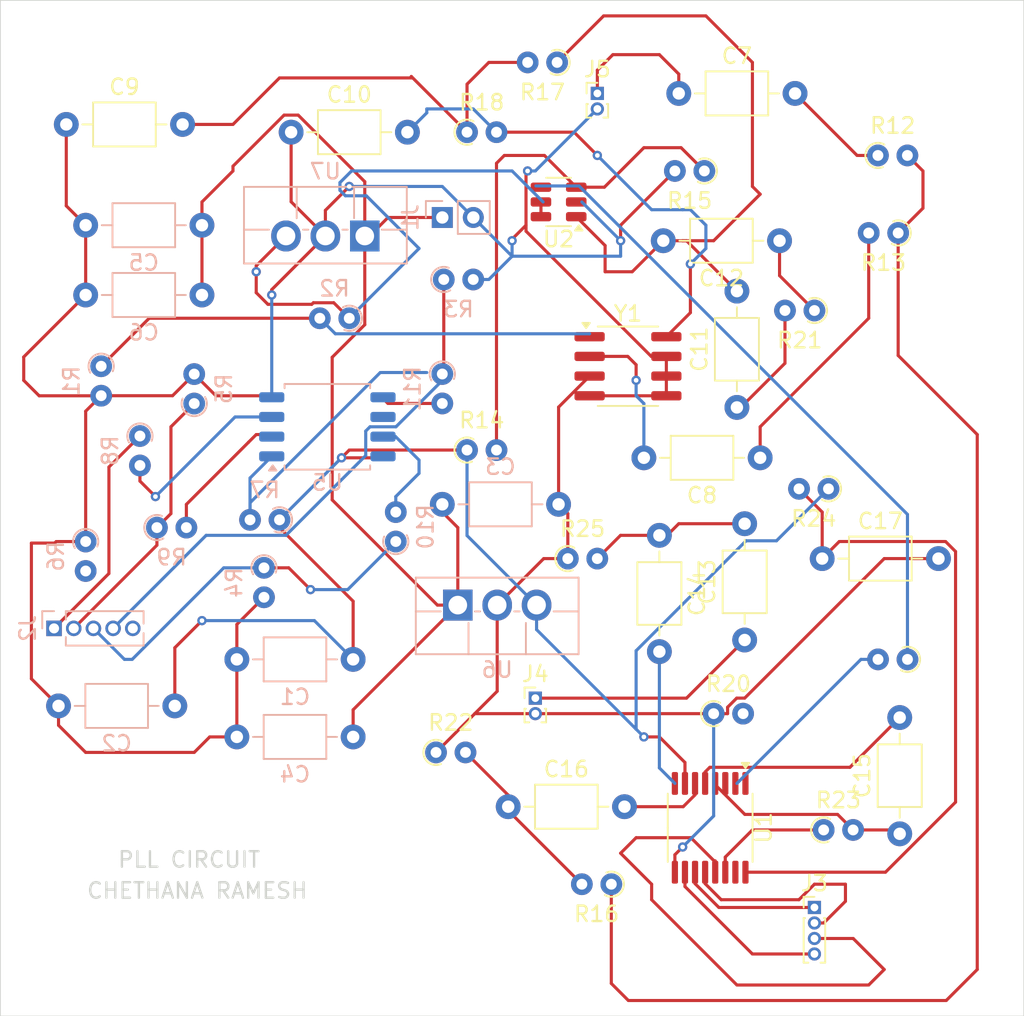
<source format=kicad_pcb>
(kicad_pcb (version 20241229) (generator "pcbnew") (generator_version "9.0")
  (layers (0 "F.Cu" signal) (2 "B.Cu" signal) (13 "F.Paste" user) (15 "B.Paste" user) (5 "F.SilkS" user "F.Silkscreen") (7 "B.SilkS" user "B.Silkscreen") (1 "F.Mask" user) (3 "B.Mask" user) (25 "Edge.Cuts" user))
  (net 0 "")
  (net 1 "GND")
  (net 2 "+5V")
  (net 3 "Net-(J1-Pin_1)")
  (net 4 "Net-(C7-Pad2)")
  (net 5 "Net-(J5-Pin_1)")
  (net 6 "Net-(C8-Pad1)")
  (net 7 "Net-(Y1-VDD)")
  (net 8 "Net-(C9-Pad2)")
  (net 9 "Net-(Y1-X2)")
  (net 10 "Net-(C11-Pad1)")
  (net 11 "Net-(C11-Pad2)")
  (net 12 "Net-(C12-Pad1)")
  (net 13 "Net-(J4-Pin_1)")
  (net 14 "Net-(C13-Pad2)")
  (net 15 "Net-(U1-REFIN)")
  (net 16 "Net-(U1-RFINB)")
  (net 17 "Net-(U1-RFINA)")
  (net 18 "Net-(C16-Pad1)")
  (net 19 "Net-(U1-DVDD)")
  (net 20 "Net-(J2-Pin_1)")
  (net 21 "Net-(J2-Pin_3)")
  (net 22 "Net-(J2-Pin_4)")
  (net 24 "Net-(J2-Pin_2)")
  (net 25 "Net-(J3-Pin_3)")
  (net 26 "Net-(J3-Pin_1)")
  (net 27 "Net-(J3-Pin_2)")
  (net 28 "Net-(J3-Pin_4)")
  (net 29 "+8V")
  (net 30 "+12V")
  (net 31 "Net-(U5-~{RESET}{slash}PB5)")
  (net 32 "Net-(U5-PB4)")
  (net 33 "Net-(U5-PB3)")
  (net 34 "Net-(U5-PB2)")
  (net 35 "Net-(U5-PB0)")
  (net 36 "Net-(R12-Pad2)")
  (net 37 "Net-(U2-+)")
  (net 38 "Net-(U1-CP)")
  (net 39 "Net-(U2--)")
  (net 40 "Net-(U1-RSET)")
  (net 41 "Net-(U1-MUXOUT)")
  (footprint "Resistor_THT:R_Axial_DIN0204_L3.6mm_D1.6mm_P1.90mm_Vertical" (layer "F.Cu") (at 135.905 74 180)
    (property "Reference" "R24")
    (property "Value" "R")
  )
  (footprint "Capacitor_THT:C_Axial_L3.8mm_D2.6mm_P7.50mm_Horizontal" (layer "F.Cu") (at 130 68.75 90)
    (property "Reference" "C11")
    (property "Value" "C")
  )
  (footprint "Resistor_THT:R_Axial_DIN0204_L3.6mm_D1.6mm_P1.90mm_Vertical" (layer "F.Cu") (at 110.595 91)
    (property "Reference" "R22")
    (property "Value" "R")
  )
  (footprint "Package_SO:SOIC-8_3.9x4.9mm_P1.27mm" (layer "F.Cu") (at 122.975 66.095)
    (property "Reference" "Y1")
    (property "Value" "NB3N511")
  )
  (footprint "Capacitor_THT:C_Axial_L3.8mm_D2.6mm_P7.50mm_Horizontal" (layer "F.Cu") (at 126.25 48.5)
    (property "Reference" "C7")
    (property "Value" "C")
  )
  (footprint "Capacitor_THT:C_Axial_L3.8mm_D2.6mm_P7.50mm_Horizontal" (layer "F.Cu") (at 86.75 50.5)
    (property "Reference" "C9")
    (property "Value" "C")
  )
  (footprint "Resistor_THT:R_Axial_DIN0204_L3.6mm_D1.6mm_P1.90mm_Vertical" (layer "F.Cu") (at 119.095 78.5)
    (property "Reference" "R25")
    (property "Value" "R")
  )
  (footprint "Resistor_THT:R_Axial_DIN0204_L3.6mm_D1.6mm_P1.90mm_Vertical" (layer "F.Cu") (at 127.9 53.5 180)
    (property "Reference" "R15")
    (property "Value" "R")
  )
  (footprint "Capacitor_THT:C_Axial_L3.8mm_D2.6mm_P7.50mm_Horizontal" (layer "F.Cu") (at 132.75 58 180)
    (property "Reference" "C12")
    (property "Value" "C")
  )
  (footprint "Resistor_THT:R_Axial_DIN0204_L3.6mm_D1.6mm_P1.90mm_Vertical" (layer "F.Cu") (at 135 62.5 180)
    (property "Reference" "R21")
    (property "Value" "R")
  )
  (footprint "Capacitor_THT:C_Axial_L3.8mm_D2.6mm_P7.50mm_Horizontal" (layer "F.Cu") (at 140.5 96.25 90)
    (property "Reference" "C15")
    (property "Value" "C")
  )
  (footprint "Capacitor_THT:C_Axial_L3.8mm_D2.6mm_P7.50mm_Horizontal" (layer "F.Cu") (at 115.25 94.5)
    (property "Reference" "C16")
    (property "Value" "C")
  )
  (footprint "Resistor_THT:R_Axial_DIN0204_L3.6mm_D1.6mm_P1.90mm_Vertical" (layer "F.Cu") (at 140.4 57.5 180)
    (property "Reference" "R13")
    (property "Value" "R")
  )
  (footprint "Capacitor_THT:C_Axial_L3.8mm_D2.6mm_P7.50mm_Horizontal" (layer "F.Cu") (at 125 77 -90)
    (property "Reference" "C14")
    (property "Value" "C")
  )
  (footprint "Connector_PinHeader_1.00mm:PinHeader_1x02_P1.00mm_Vertical" (layer "F.Cu") (at 117 87.5)
    (property "Reference" "J4")
    (property "Value" "Conn_01x02_Pin")
  )
  (footprint "Capacitor_THT:C_Axial_L3.8mm_D2.6mm_P7.50mm_Horizontal" (layer "F.Cu") (at 130.5 83.75 90)
    (property "Reference" "C13")
    (property "Value" "C")
  )
  (footprint "Package_TO_SOT_SMD:SOT-23-6" (layer "F.Cu") (at 118.5 55.5 180)
    (property "Reference" "U2")
    (property "Value" "OPA355NA" (hide yes))
  )
  (footprint "Resistor_THT:R_Axial_DIN0204_L3.6mm_D1.6mm_P1.90mm_Vertical" (layer "F.Cu") (at 139.095 52.5)
    (property "Reference" "R12")
    (property "Value" "R")
  )
  (footprint "Capacitor_THT:C_Axial_L3.8mm_D2.6mm_P7.50mm_Horizontal" (layer "F.Cu") (at 135.5 78.5)
    (property "Reference" "C17")
    (property "Value" "C")
  )
  (footprint "Resistor_THT:R_Axial_DIN0204_L3.6mm_D1.6mm_P1.90mm_Vertical" (layer "F.Cu") (at 112.595 71.5)
    (property "Reference" "R14")
    (property "Value" "R")
  )
  (footprint "Resistor_THT:R_Axial_DIN0204_L3.6mm_D1.6mm_P1.90mm_Vertical" (layer "F.Cu") (at 141 85 180)
    (property "Reference" "R19" (hide yes))
    (property "Value" "R")
  )
  (footprint "Resistor_THT:R_Axial_DIN0204_L3.6mm_D1.6mm_P1.90mm_Vertical" (layer "F.Cu") (at 135.595 96)
    (property "Reference" "R23")
    (property "Value" "R")
  )
  (footprint "Package_SO:TSSOP-16_4.4x5mm_P0.65mm" (layer "F.Cu") (at 128.275 95.8625 -90)
    (property "Reference" "U1")
    (property "Value" "ADF4002BRUZ" (hide yes))
  )
  (footprint "Capacitor_THT:C_Axial_L3.8mm_D2.6mm_P7.50mm_Horizontal" (layer "F.Cu") (at 131.5 72 180)
    (property "Reference" "C8")
    (property "Value" "C")
  )
  (footprint "Capacitor_THT:C_Axial_L3.8mm_D2.6mm_P7.50mm_Horizontal" (layer "F.Cu") (at 101.25 51)
    (property "Reference" "C10")
    (property "Value" "C")
  )
  (footprint "Resistor_THT:R_Axial_DIN0204_L3.6mm_D1.6mm_P1.90mm_Vertical" (layer "F.Cu") (at 121.9 99.5 180)
    (property "Reference" "R16")
    (property "Value" "R")
  )
  (footprint "Resistor_THT:R_Axial_DIN0204_L3.6mm_D1.6mm_P1.90mm_Vertical" (layer "F.Cu") (at 118.405 46.5 180)
    (property "Reference" "R17")
    (property "Value" "R")
  )
  (footprint "Connector_PinHeader_1.00mm:PinHeader_1x02_P1.00mm_Vertical" (layer "F.Cu") (at 121 48.5)
    (property "Reference" "J5")
    (property "Value" "Conn_01x02_Pin" (hide yes))
  )
  (footprint "Resistor_THT:R_Axial_DIN0204_L3.6mm_D1.6mm_P1.90mm_Vertical" (layer "F.Cu") (at 128.5 88.5)
    (property "Reference" "R20")
    (property "Value" "R")
  )
  (footprint "Resistor_THT:R_Axial_DIN0204_L3.6mm_D1.6mm_P1.90mm_Vertical" (layer "F.Cu") (at 112.595 51)
    (property "Reference" "R18")
    (property "Value" "R")
  )
  (footprint "Connector_PinHeader_1.00mm:PinHeader_1x04_P1.00mm_Vertical" (layer "F.Cu") (at 135 101)
    (property "Reference" "J3")
    (property "Value" "Conn_01x04_Pin" (hide yes))
  )
  (footprint "Capacitor_THT:C_Axial_L3.8mm_D2.6mm_P7.50mm_Horizontal" (layer "B.Cu") (at 88 57)
    (property "Reference" "C5")
    (property "Value" "C")
  )
  (footprint "Resistor_THT:R_Axial_DIN0204_L3.6mm_D1.6mm_P1.90mm_Vertical" (layer "B.Cu") (at 95 68.5 90)
    (property "Reference" "R5")
    (property "Value" "R")
  )
  (footprint "Resistor_THT:R_Axial_DIN0204_L3.6mm_D1.6mm_P1.90mm_Vertical" (layer "B.Cu") (at 100.5 76 180)
    (property "Reference" "R7")
    (property "Value" "R")
  )
  (footprint "Capacitor_THT:C_Axial_L3.8mm_D2.6mm_P7.50mm_Horizontal" (layer "B.Cu") (at 86.25 88)
    (property "Reference" "C2")
    (property "Value" "C")
  )
  (footprint "Capacitor_THT:C_Axial_L3.8mm_D2.6mm_P7.50mm_Horizontal" (layer "B.Cu") (at 97.75 85)
    (property "Reference" "C1")
    (property "Value" "C")
  )
  (footprint "Connector_PinHeader_1.27mm:PinHeader_1x05_P1.27mm_Vertical" (layer "B.Cu") (at 85.96 83 -90)
    (property "Reference" "J2")
    (property "Value" "Conn_01x05_Pin")
  )
  (footprint "Resistor_THT:R_Axial_DIN0204_L3.6mm_D1.6mm_P1.90mm_Vertical" (layer "B.Cu") (at 89 66.095 -90)
    (property "Reference" "R1")
    (property "Value" "R")
  )
  (footprint "Resistor_THT:R_Axial_DIN0204_L3.6mm_D1.6mm_P1.90mm_Vertical" (layer "B.Cu") (at 88 77.4 -90)
    (property "Reference" "R6")
    (property "Value" "R")
  )
  (footprint "Resistor_THT:R_Axial_DIN0204_L3.6mm_D1.6mm_P1.90mm_Vertical" (layer "B.Cu") (at 108 77.4 90)
    (property "Reference" "R10")
    (property "Value" "R")
  )
  (footprint "Package_SO:SOIC-8_5.3x5.3mm_P1.27mm" (layer "B.Cu") (at 103.5875 70)
    (property "Reference" "U5")
    (property "Value" "ATtiny13A-S")
  )
  (footprint "Resistor_THT:R_Axial_DIN0204_L3.6mm_D1.6mm_P1.90mm_Vertical" (layer "B.Cu") (at 111 66.595 -90)
    (property "Reference" "R11")
    (property "Value" "R")
  )
  (footprint "Capacitor_THT:C_Axial_L3.8mm_D2.6mm_P7.50mm_Horizontal" (layer "B.Cu") (at 88 61.5)
    (property "Reference" "C6")
    (property "Value" "C")
  )
  (footprint "Connector_PinHeader_2.00mm:PinHeader_1x02_P2.00mm_Vertical" (layer "B.Cu") (at 111 56.5 -90)
    (property "Reference" "J1")
    (property "Value" "Conn_01x02_Pin" (hide yes))
  )
  (footprint "Resistor_THT:R_Axial_DIN0204_L3.6mm_D1.6mm_P1.90mm_Vertical" (layer "B.Cu") (at 105 63 180)
    (property "Reference" "R2")
    (property "Value" "R")
  )
  (footprint "Resistor_THT:R_Axial_DIN0204_L3.6mm_D1.6mm_P1.90mm_Vertical" (layer "B.Cu") (at 111.095 60.5)
    (property "Reference" "R3")
    (property "Value" "R")
  )
  (footprint "Capacitor_THT:C_Axial_L3.8mm_D2.6mm_P7.50mm_Horizontal" (layer "B.Cu") (at 97.75 90)
    (property "Reference" "C4")
    (property "Value" "C")
  )
  (footprint "Capacitor_THT:C_Axial_L3.8mm_D2.6mm_P7.50mm_Horizontal" (layer "B.Cu") (at 118.5 75 180)
    (property "Reference" "C3")
    (property "Value" "C")
  )
  (footprint "Package_TO_SOT_THT:TO-220F-3_Vertical" (layer "B.Cu") (at 112 81.5)
    (property "Reference" "U6")
    (property "Value" "L7805" (hide yes))
  )
  (footprint "Package_TO_SOT_THT:TO-220F-3_Vertical" (layer "B.Cu") (at 106 57.695 180)
    (property "Reference" "U7")
    (property "Value" "L7812")
  )
  (footprint "Resistor_THT:R_Axial_DIN0204_L3.6mm_D1.6mm_P1.90mm_Vertical" (layer "B.Cu") (at 91.5 70.595 -90)
    (property "Reference" "R8")
    (property "Value" "R")
  )
  (footprint "Resistor_THT:R_Axial_DIN0204_L3.6mm_D1.6mm_P1.90mm_Vertical" (layer "B.Cu") (at 99.5 79.095 -90)
    (property "Reference" "R4")
    (property "Value" "R")
  )
  (footprint "Resistor_THT:R_Axial_DIN0204_L3.6mm_D1.6mm_P1.90mm_Vertical" (layer "B.Cu") (at 92.595 76.5)
    (property "Reference" "R9")
    (property "Value" "R")
  )
  (gr_rect (start 82.5 42.5) (end 148.5 108) (stroke (width 0.05)) (fill no) (layer "Edge.Cuts"))
  (gr_text "CHETHANA RAMESH" (at 88 100.5 0) (layer "Edge.Cuts") (effects (font (size 1 1)) (justify left bottom)))
  (gr_text "PLL CIRCUIT" (at 90 98.5 0) (layer "Edge.Cuts") (effects (font (size 1 1)) (justify left bottom)))
  (segment (start 129.399 88.5) (end 129.399 88.085372) (width 0.2) (layer "F.Cu") (net 1))
  (segment (start 97.75 85) (end 97.75 82.745) (width 0.2) (layer "F.Cu") (net 1))
  (segment (start 124.475001 65.46) (end 125.45 65.46) (width 0.2) (layer "F.Cu") (net 1))
  (segment (start 116.399 57) (end 116.399 57.383999) (width 0.2) (layer "F.Cu") (net 1))
  (segment (start 129.399 88.085372) (end 129.985372 87.499) (width 0.2) (layer "F.Cu") (net 1))
  (segment (start 137.495 96) (end 140.25 96) (width 0.2) (layer "F.Cu") (net 1))
  (segment (start 89 67.995) (end 88 68.995) (width 0.2) (layer "F.Cu") (net 1))
  (segment (start 84.5 86.25) (end 84.5 77.5) (width 0.2) (layer "F.Cu") (net 1))
  (segment (start 86.75 50.5) (end 86.75 55.75) (width 0.2) (layer "F.Cu") (net 1))
  (segment (start 88 91) (end 95 91) (width 0.2) (layer "F.Cu") (net 1))
  (segment (start 114.54 81.5) (end 117.54 78.5) (width 0.2) (layer "F.Cu") (net 1))
  (segment (start 125.45 65.46) (end 125.45 68) (width 0.2) (layer "F.Cu") (net 1))
  (segment (start 95 66.6) (end 96.4 68) (width 0.2) (layer "F.Cu") (net 1))
  (segment (start 93.605 67.995) (end 95 66.6) (width 0.2) (layer "F.Cu") (net 1))
  (segment (start 89 67.995) (end 93.605 67.995) (width 0.2) (layer "F.Cu") (net 1))
  (segment (start 114.54 87.055) (end 113.095 88.5) (width 0.2) (layer "F.Cu") (net 1))
  (segment (start 115.5 57.899) (end 116.399 57) (width 0.2) (layer "F.Cu") (net 1))
  (segment (start 95 91) (end 96 90) (width 0.2) (layer "F.Cu") (net 1))
  (segment (start 126 97.6) (end 126.5 97.1) (width 0.2) (layer "F.Cu") (net 1))
  (segment (start 86.1 77.4) (end 88 77.4) (width 0.2) (layer "F.Cu") (net 1))
  (segment (start 137.495 96) (end 136.494 94.999) (width 0.2) (layer "F.Cu") (net 1))
  (segment (start 118.5 75) (end 118.5 68.73) (width 0.2) (layer "F.Cu") (net 1))
  (segment (start 128.5 88.5) (end 129.399 88.5) (width 0.2) (layer "F.Cu") (net 1))
  (segment (start 119.095 78.5) (end 119.095 75.595) (width 0.2) (layer "F.Cu") (net 1))
  (segment (start 117.54 78.5) (end 119.095 78.5) (width 0.2) (layer "F.Cu") (net 1))
  (segment (start 117 88.5) (end 128.5 88.5) (width 0.2) (layer "F.Cu") (net 1))
  (segment (start 86.25 89.25) (end 88 91) (width 0.2) (layer "F.Cu") (net 1))
  (segment (start 97.75 85) (end 97.75 90) (width 0.2) (layer "F.Cu") (net 1))
  (segment (start 86.25 88) (end 86.25 89.25) (width 0.2) (layer "F.Cu") (net 1))
  (segment (start 116.399 57.383999) (end 124.475001 65.46) (width 0.2) (layer "F.Cu") (net 1))
  (segment (start 100 61.155) (end 100 61.5) (width 0.2) (layer "F.Cu") (net 1))
  (segment (start 130.511501 94.999) (end 128.6 93.087499) (width 0.2) (layer "F.Cu") (net 1))
  (segment (start 115.5 58) (end 115.5 57.899) (width 0.2) (layer "F.Cu") (net 1))
  (segment (start 103.46 57.695) (end 103.46 56.04) (width 0.2) (layer "F.Cu") (net 1))
  (segment (start 101.25 51) (end 101.25 55.485) (width 0.2) (layer "F.Cu") (net 1))
  (segment (start 128.6 93.087499) (end 128.6 93) (width 0.2) (layer "F.Cu") (net 1))
  (segment (start 118.5 68.73) (end 120.5 66.73) (width 0.2) (layer "F.Cu") (net 1))
  (segment (start 84.005 65.505) (end 84.005 67.005) (width 0.2) (layer "F.Cu") (net 1))
  (segment (start 88 68.995) (end 88 77.4) (width 0.2) (layer "F.Cu") (net 1))
  (segment (start 120.5 68) (end 125.45 68) (width 0.2) (layer "F.Cu") (net 1))
  (segment (start 116.399 53.601) (end 116.399 57) (width 0.2) (layer "F.Cu") (net 1))
  (segment (start 96.4 68) (end 100 68) (width 0.2) (layer "F.Cu") (net 1))
  (segment (start 110.595 91) (end 113.095 88.5) (width 0.2) (layer "F.Cu") (net 1))
  (segment (start 86.25 88) (end 84.5 86.25) (width 0.2) (layer "F.Cu") (net 1))
  (segment (start 114.54 81.5) (end 114.54 87.055) (width 0.2) (layer "F.Cu") (net 1))
  (segment (start 126 98.725) (end 126 97.6) (width 0.2) (layer "F.Cu") (net 1))
  (segment (start 88 57) (end 88 61.5) (width 0.2) (layer "F.Cu") (net 1))
  (segment (start 97.75 82.745) (end 99.5 80.995) (width 0.2) (layer "F.Cu") (net 1))
  (segment (start 113.095 88.5) (end 117 88.5) (width 0.2) (layer "F.Cu") (net 1))
  (segment (start 139.5 78.5) (end 143 78.5) (width 0.2) (layer "F.Cu") (net 1))
  (segment (start 126 53.5) (end 122.5 57) (width 0.2) (layer "F.Cu") (net 1))
  (segment (start 101.25 55.485) (end 103.46 57.695) (width 0.2) (layer "F.Cu") (net 1))
  (segment (start 130.501 87.499) (end 139.5 78.5) (width 0.2) (layer "F.Cu") (net 1))
  (segment (start 140.25 96) (end 140.5 96.25) (width 0.2) (layer "F.Cu") (net 1))
  (segment (start 96 90) (end 97.75 90) (width 0.2) (layer "F.Cu") (net 1))
  (segment (start 116.5 53.5) (end 116.399 53.601) (width 0.2) (layer "F.Cu") (net 1))
  (segment (start 119.095 75.595) (end 118.5 75) (width 0.2) (layer "F.Cu") (net 1))
  (segment (start 136.494 94.999) (end 130.511501 94.999) (width 0.2) (layer "F.Cu") (net 1))
  (segment (start 84.5 77.5) (end 86 77.5) (width 0.2) (layer "F.Cu") (net 1))
  (segment (start 85 68) (end 89.005 68) (width 0.2) (layer "F.Cu") (net 1))
  (segment (start 88 61.5) (end 84 65.5) (width 0.2) (layer "F.Cu") (net 1))
  (segment (start 84.005 67.005) (end 85 68) (width 0.2) (layer "F.Cu") (net 1))
  (segment (start 86 77.5) (end 86.1 77.4) (width 0.2) (layer "F.Cu") (net 1))
  (segment (start 103.46 57.695) (end 100 61.155) (width 0.2) (layer "F.Cu") (net 1))
  (segment (start 86.75 55.75) (end 88 57) (width 0.2) (layer "F.Cu") (net 1))
  (segment (start 103.46 56.04) (end 105 54.5) (width 0.2) (layer "F.Cu") (net 1))
  (segment (start 122.5 57) (end 122.5 58) (width 0.2) (layer "F.Cu") (net 1))
  (segment (start 129.985372 87.499) (end 130.501 87.499) (width 0.2) (layer "F.Cu") (net 1))
  (via (at 122.5 58) (size 0.6) (drill 0.3) (layers "F.Cu" "B.Cu") (net 1))
  (via (at 100 61.5) (size 0.6) (drill 0.3) (layers "F.Cu" "B.Cu") (net 1))
  (via (at 116.5 53.5) (size 0.6) (drill 0.3) (layers "F.Cu" "B.Cu") (net 1))
  (via (at 126.5 97.1) (size 0.6) (drill 0.3) (layers "F.Cu" "B.Cu") (net 1))
  (via (at 105 54.5) (size 0.6) (drill 0.3) (layers "F.Cu" "B.Cu") (net 1))
  (via (at 115.5 58) (size 0.6) (drill 0.3) (layers "F.Cu" "B.Cu") (net 1))
  (segment (start 112.995 60.5) (end 114 60.5) (width 0.2) (layer "B.Cu") (net 1))
  (segment (start 121 49.5) (end 117 53.5) (width 0.2) (layer "B.Cu") (net 1))
  (segment (start 113 56.5) (end 115.5 59) (width 0.2) (layer "B.Cu") (net 1))
  (segment (start 100 61.5) (end 100 68.095) (width 0.2) (layer "B.Cu") (net 1))
  (segment (start 105 54.5) (end 111 54.5) (width 0.2) (layer "B.Cu") (net 1))
  (segment (start 117 53.5) (end 116.5 53.5) (width 0.2) (layer "B.Cu") (net 1))
  (segment (start 115.5 59) (end 122.5 59) (width 0.2) (layer "B.Cu") (net 1))
  (segment (start 111 54.5) (end 113 56.5) (width 0.2) (layer "B.Cu") (net 1))
  (segment (start 114 60.5) (end 115.5 59) (width 0.2) (layer "B.Cu") (net 1))
  (segment (start 128.5 95.1) (end 128.5 88.5) (width 0.2) (layer "B.Cu") (net 1))
  (segment (start 115.5 59) (end 115.5 58) (width 0.2) (layer "B.Cu") (net 1))
  (segment (start 122.5 59) (end 122.5 58) (width 0.2) (layer "B.Cu") (net 1))
  (segment (start 122.5 58) (end 120 55.5) (width 0.2) (layer "B.Cu") (net 1))
  (segment (start 126.5 97.1) (end 128.5 95.1) (width 0.2) (layer "B.Cu") (net 1))
  (segment (start 126.65 91.65) (end 126.65 93) (width 0.2) (layer "F.Cu") (net 2))
  (segment (start 124 90) (end 125 90) (width 0.2) (layer "F.Cu") (net 2))
  (segment (start 100.5 76.5) (end 105.25 81.25) (width 0.2) (layer "F.Cu") (net 2))
  (segment (start 93.75 84.25) (end 95.5 82.5) (width 0.2) (layer "F.Cu") (net 2))
  (segment (start 105.25 81.25) (end 105.25 85) (width 0.2) (layer "F.Cu") (net 2))
  (segment (start 104.5 72) (end 107.5 72) (width 0.2) (layer "F.Cu") (net 2))
  (segment (start 93.75 88) (end 93.75 84.25) (width 0.2) (layer "F.Cu") (net 2))
  (segment (start 107.5 72) (end 107 72) (width 0.2) (layer "F.Cu") (net 2))
  (segment (start 125 90) (end 126.65 91.65) (width 0.2) (layer "F.Cu") (net 2))
  (segment (start 100.5 76) (end 100.5 76.5) (width 0.2) (layer "F.Cu") (net 2))
  (segment (start 104.5 72) (end 105 71.5) (width 0.2) (layer "F.Cu") (net 2))
  (segment (start 105 71.5) (end 112.595 71.5) (width 0.2) (layer "F.Cu") (net 2))
  (via (at 124 90) (size 0.6) (drill 0.3) (layers "F.Cu" "B.Cu") (net 2))
  (via (at 104.5 72) (size 0.6) (drill 0.3) (layers "F.Cu" "B.Cu") (net 2))
  (via (at 95.5 82.5) (size 0.6) (drill 0.3) (layers "F.Cu" "B.Cu") (net 2))
  (segment (start 123.5 89.5) (end 123.5 84.44295) (width 0.2) (layer "B.Cu") (net 2))
  (segment (start 130.59195 77.351) (end 132.554 77.351) (width 0.2) (layer "B.Cu") (net 2))
  (segment (start 112.595 77.015) (end 117.08 81.5) (width 0.2) (layer "B.Cu") (net 2))
  (segment (start 132.554 77.351) (end 135.905 74) (width 0.2) (layer "B.Cu") (net 2))
  (segment (start 123.5 84.44295) (end 130.59195 77.351) (width 0.2) (layer "B.Cu") (net 2))
  (segment (start 100.5 76) (end 104.5 72) (width 0.2) (layer "B.Cu") (net 2))
  (segment (start 117.08 83.08) (end 123.5 89.5) (width 0.2) (layer "B.Cu") (net 2))
  (segment (start 112.595 71.5) (end 112.595 77.015) (width 0.2) (layer "B.Cu") (net 2))
  (segment (start 102.75 82.5) (end 105.25 85) (width 0.2) (layer "B.Cu") (net 2))
  (segment (start 123.5 89.5) (end 124 90) (width 0.2) (layer "B.Cu") (net 2))
  (segment (start 95.5 82.5) (end 102.75 82.5) (width 0.2) (layer "B.Cu") (net 2))
  (segment (start 117.08 81.5) (end 117.08 83.08) (width 0.2) (layer "B.Cu") (net 2))
  (segment (start 110.684372 81.5) (end 112 81.5) (width 0.2) (layer "F.Cu") (net 3))
  (segment (start 107.5 56.5) (end 111 56.5) (width 0.2) (layer "F.Cu") (net 3))
  (segment (start 106 57.695) (end 106 63.415628) (width 0.2) (layer "F.Cu") (net 3))
  (segment (start 95.5 57) (end 95.5 61.5) (width 0.2) (layer "F.Cu") (net 3))
  (segment (start 100.79395 49.899) (end 101.70605 49.899) (width 0.2) (layer "F.Cu") (net 3))
  (segment (start 95.5 55.5) (end 97.5 53.5) (width 0.2) (layer "F.Cu") (net 3))
  (segment (start 112 76.5) (end 112 81.5) (width 0.2) (layer "F.Cu") (net 3))
  (segment (start 111 75.5) (end 112 76.5) (width 0.2) (layer "F.Cu") (net 3))
  (segment (start 106 63.415628) (end 103.899 65.516628) (width 0.2) (layer "F.Cu") (net 3))
  (segment (start 101.70605 49.899) (end 106 54.19295) (width 0.2) (layer "F.Cu") (net 3))
  (segment (start 97.5 53.19295) (end 100.79395 49.899) (width 0.2) (layer "F.Cu") (net 3))
  (segment (start 106.305 57.695) (end 107.5 56.5) (width 0.2) (layer "F.Cu") (net 3))
  (segment (start 105.25 90) (end 105.25 88.25) (width 0.2) (layer "F.Cu") (net 3))
  (segment (start 103.899 74.714628) (end 110.684372 81.5) (width 0.2) (layer "F.Cu") (net 3))
  (segment (start 111 75) (end 111 75.5) (width 0.2) (layer "F.Cu") (net 3))
  (segment (start 106 54.19295) (end 106 57.695) (width 0.2) (layer "F.Cu") (net 3))
  (segment (start 105.25 88.25) (end 112 81.5) (width 0.2) (layer "F.Cu") (net 3))
  (segment (start 95.5 57) (end 95.5 55.5) (width 0.2) (layer "F.Cu") (net 3))
  (segment (start 103.899 65.516628) (end 103.899 74.714628) (width 0.2) (layer "F.Cu") (net 3))
  (segment (start 97.5 53.5) (end 97.5 53.19295) (width 0.2) (layer "F.Cu") (net 3))
  (segment (start 106 57.695) (end 106.305 57.695) (width 0.2) (layer "F.Cu") (net 3))
  (segment (start 137.75 52.5) (end 133.75 48.5) (width 0.2) (layer "F.Cu") (net 4))
  (segment (start 139.095 52.5) (end 137.75 52.5) (width 0.2) (layer "F.Cu") (net 4))
  (segment (start 121 47) (end 122 46) (width 0.2) (layer "F.Cu") (net 5))
  (segment (start 126.25 47.25) (end 126.25 48.5) (width 0.2) (layer "F.Cu") (net 5))
  (segment (start 121 48.5) (end 121 47) (width 0.2) (layer "F.Cu") (net 5))
  (segment (start 125 46) (end 126.25 47.25) (width 0.2) (layer "F.Cu") (net 5))
  (segment (start 122 46) (end 125 46) (width 0.2) (layer "F.Cu") (net 5))
  (segment (start 131.5 70) (end 138.5 63) (width 0.2) (layer "F.Cu") (net 6))
  (segment (start 131.5 72) (end 131.5 70) (width 0.2) (layer "F.Cu") (net 6))
  (segment (start 138.5 63) (end 138.5 57.5) (width 0.2) (layer "F.Cu") (net 6))
  (segment (start 123.5 66) (end 123.5 67) (width 0.2) (layer "F.Cu") (net 7))
  (segment (start 120.5 65.46) (end 122.96 65.46) (width 0.2) (layer "F.Cu") (net 7))
  (segment (start 123 65.5) (end 123.5 66) (width 0.2) (layer "F.Cu") (net 7))
  (segment (start 122.96 65.46) (end 123 65.5) (width 0.2) (layer "F.Cu") (net 7))
  (via (at 123.5 67) (size 0.6) (drill 0.3) (layers "F.Cu" "B.Cu") (net 7))
  (segment (start 123.5 67) (end 123.5 68) (width 0.2) (layer "B.Cu") (net 7))
  (segment (start 124 68.5) (end 124 72) (width 0.2) (layer "B.Cu") (net 7))
  (segment (start 123.5 68) (end 124 68.5) (width 0.2) (layer "B.Cu") (net 7))
  (segment (start 112.595 51) (end 112.595 47.905) (width 0.2) (layer "F.Cu") (net 8))
  (segment (start 97.5 50.5) (end 100.5 47.5) (width 0.2) (layer "F.Cu") (net 8))
  (segment (start 100.5 47.5) (end 109 47.5) (width 0.2) (layer "F.Cu") (net 8))
  (segment (start 109 47.405) (end 112.595 51) (width 0.2) (layer "F.Cu") (net 8))
  (segment (start 94.25 50.5) (end 97.5 50.5) (width 0.2) (layer "F.Cu") (net 8))
  (segment (start 114 46.5) (end 116.505 46.5) (width 0.2) (layer "F.Cu") (net 8))
  (segment (start 112.595 47.905) (end 114 46.5) (width 0.2) (layer "F.Cu") (net 8))
  (segment (start 109 47.5) (end 109 47.405) (width 0.2) (layer "F.Cu") (net 8))
  (segment (start 127 59.5) (end 127 62.64) (width 0.2) (layer "F.Cu") (net 9))
  (segment (start 119.5 51) (end 121 52.5) (width 0.2) (layer "F.Cu") (net 9))
  (segment (start 114.495 51) (end 119.5 51) (width 0.2) (layer "F.Cu") (net 9))
  (segment (start 127 62.64) (end 125.45 64.19) (width 0.2) (layer "F.Cu") (net 9))
  (via (at 121 52.5) (size 0.6) (drill 0.3) (layers "F.Cu" "B.Cu") (net 9))
  (via (at 127 59.5) (size 0.6) (drill 0.3) (layers "F.Cu" "B.Cu") (net 9))
  (segment (start 112.995 49.5) (end 114.495 51) (width 0.2) (layer "B.Cu") (net 9))
  (segment (start 126.5 56) (end 127 56) (width 0.2) (layer "B.Cu") (net 9))
  (segment (start 110 49.75) (end 110 49.5) (width 0.2) (layer "B.Cu") (net 9))
  (segment (start 127 56) (end 128 57) (width 0.2) (layer "B.Cu") (net 9))
  (segment (start 108.75 51) (end 110 49.75) (width 0.2) (layer "B.Cu") (net 9))
  (segment (start 124.5 56) (end 126.5 56) (width 0.2) (layer "B.Cu") (net 9))
  (segment (start 121 52.5) (end 124.5 56) (width 0.2) (layer "B.Cu") (net 9))
  (segment (start 128 58.5) (end 127 59.5) (width 0.2) (layer "B.Cu") (net 9))
  (segment (start 128 57) (end 128 58.5) (width 0.2) (layer "B.Cu") (net 9))
  (segment (start 110 49.5) (end 112.995 49.5) (width 0.2) (layer "B.Cu") (net 9))
  (segment (start 130.25 68.75) (end 133.1 65.9) (width 0.2) (layer "F.Cu") (net 10))
  (segment (start 130 68.75) (end 130.25 68.75) (width 0.2) (layer "F.Cu") (net 10))
  (segment (start 133.1 65.9) (end 133.1 62.5) (width 0.2) (layer "F.Cu") (net 10))
  (segment (start 131.5 55) (end 128.5 58) (width 0.2) (layer "F.Cu") (net 11))
  (segment (start 118.405 46.5) (end 121.405 43.5) (width 0.2) (layer "F.Cu") (net 11))
  (segment (start 121.5 58.3125) (end 119.6375 56.45) (width 0.2) (layer "F.Cu") (net 11))
  (segment (start 126.5 58) (end 126.75 58) (width 0.2) (layer "F.Cu") (net 11))
  (segment (start 125.25 58) (end 126.5 58) (width 0.2) (layer "F.Cu") (net 11))
  (segment (start 121.405 43.5) (end 128 43.5) (width 0.2) (layer "F.Cu") (net 11))
  (segment (start 131 46.5) (end 131 54.5) (width 0.2) (layer "F.Cu") (net 11))
  (segment (start 128.5 58) (end 126.5 58) (width 0.2) (layer "F.Cu") (net 11))
  (segment (start 128 43.5) (end 131 46.5) (width 0.2) (layer "F.Cu") (net 11))
  (segment (start 131 54.5) (end 131.5 55) (width 0.2) (layer "F.Cu") (net 11))
  (segment (start 121.5 60) (end 121.5 58.3125) (width 0.2) (layer "F.Cu") (net 11))
  (segment (start 126.75 58) (end 130 61.25) (width 0.2) (layer "F.Cu") (net 11))
  (segment (start 125.25 58) (end 123.25 60) (width 0.2) (layer "F.Cu") (net 11))
  (segment (start 123.25 60) (end 121.5 60) (width 0.2) (layer "F.Cu") (net 11))
  (segment (start 132.75 60.25) (end 135 62.5) (width 0.2) (layer "F.Cu") (net 12))
  (segment (start 132.75 58) (end 132.75 60.25) (width 0.2) (layer "F.Cu") (net 12))
  (segment (start 126.75 87.5) (end 130.5 83.75) (width 0.2) (layer "F.Cu") (net 13))
  (segment (start 117 87.5) (end 126.75 87.5) (width 0.2) (layer "F.Cu") (net 13))
  (segment (start 125.5 77) (end 126.25 76.25) (width 0.2) (layer "F.Cu") (net 14))
  (segment (start 122.495 77) (end 125 77) (width 0.2) (layer "F.Cu") (net 14))
  (segment (start 126.25 76.25) (end 130.5 76.25) (width 0.2) (layer "F.Cu") (net 14))
  (segment (start 120.995 78.5) (end 122.495 77) (width 0.2) (layer "F.Cu") (net 14))
  (segment (start 125 77) (end 125.5 77) (width 0.2) (layer "F.Cu") (net 14))
  (segment (start 125 92) (end 126 93) (width 0.2) (layer "B.Cu") (net 15))
  (segment (start 125 84.5) (end 125 92) (width 0.2) (layer "B.Cu") (net 15))
  (segment (start 140.5 88.75) (end 137.2885 91.9615) (width 0.2) (layer "F.Cu") (net 16))
  (segment (start 128.251001 91.9615) (end 127.95 92.262501) (width 0.2) (layer "F.Cu") (net 16))
  (segment (start 137.2885 91.9615) (end 128.251001 91.9615) (width 0.2) (layer "F.Cu") (net 16))
  (segment (start 127.95 92.262501) (end 127.95 93) (width 0.2) (layer "F.Cu") (net 16))
  (segment (start 127.3 93.737499) (end 127.3 93) (width 0.2) (layer "F.Cu") (net 17))
  (segment (start 122.75 94.5) (end 126.537499 94.5) (width 0.2) (layer "F.Cu") (net 17))
  (segment (start 126.537499 94.5) (end 127.3 93.737499) (width 0.2) (layer "F.Cu") (net 17))
  (segment (start 115.25 93.755) (end 115.25 94.5) (width 0.2) (layer "F.Cu") (net 18))
  (segment (start 115.25 94.75) (end 115.25 94.5) (width 0.2) (layer "F.Cu") (net 18))
  (segment (start 120 99.5) (end 115.25 94.75) (width 0.2) (layer "F.Cu") (net 18))
  (segment (start 112.495 91) (end 115.25 93.755) (width 0.2) (layer "F.Cu") (net 18))
  (segment (start 134.005 74) (end 134.005 74.005) (width 0.2) (layer "F.Cu") (net 19))
  (segment (start 144.101 78.04395) (end 143.45605 77.399) (width 0.2) (layer "F.Cu") (net 19))
  (segment (start 134.005 74.005) (end 135.5 75.5) (width 0.2) (layer "F.Cu") (net 19))
  (segment (start 135.5 75.5) (end 135.5 78.5) (width 0.2) (layer "F.Cu") (net 19))
  (segment (start 144.101 94.20605) (end 144.101 78.04395) (width 0.2) (layer "F.Cu") (net 19))
  (segment (start 130.55 98.725) (end 139.58205 98.725) (width 0.2) (layer "F.Cu") (net 19))
  (segment (start 139.58205 98.725) (end 144.101 94.20605) (width 0.2) (layer "F.Cu") (net 19))
  (segment (start 136.601 77.399) (end 135.5 78.5) (width 0.2) (layer "F.Cu") (net 19))
  (segment (start 143.45605 77.399) (end 136.601 77.399) (width 0.2) (layer "F.Cu") (net 19))
  (segment (start 91.5 70.595) (end 89.5 72.595) (width 0.2) (layer "F.Cu") (net 20))
  (segment (start 89.5 79.46) (end 85.96 83) (width 0.2) (layer "F.Cu") (net 20))
  (segment (start 89.5 72.595) (end 89.5 79.46) (width 0.2) (layer "F.Cu") (net 20))
  (segment (start 99.5 79.095) (end 101.095 79.095) (width 0.2) (layer "F.Cu") (net 21))
  (segment (start 101.095 79.095) (end 102.5 80.5) (width 0.2) (layer "F.Cu") (net 21))
  (via (at 102.5 80.5) (size 0.6) (drill 0.3) (layers "F.Cu" "B.Cu") (net 21))
  (segment (start 99.5 79.095) (end 96.905 79.095) (width 0.2) (layer "B.Cu") (net 21))
  (segment (start 104.9 80.5) (end 108 77.4) (width 0.2) (layer "B.Cu") (net 21))
  (segment (start 96.905 79.095) (end 91 85) (width 0.2) (layer "B.Cu") (net 21))
  (segment (start 91 85) (end 90.5 85) (width 0.2) (layer "B.Cu") (net 21))
  (segment (start 90.5 85) (end 88.5 83) (width 0.2) (layer "B.Cu") (net 21))
  (segment (start 102.5 80.5) (end 104.9 80.5) (width 0.2) (layer "B.Cu") (net 21))
  (segment (start 111.095 66.5) (end 111 66.595) (width 0.2) (layer "F.Cu") (net 22))
  (segment (start 111.095 60.5) (end 111.095 66.5) (width 0.2) (layer "F.Cu") (net 22))
  (segment (start 100.914628 77.001) (end 106.0615 71.854128) (width 0.2) (layer "B.Cu") (net 22))
  (segment (start 106.33751 70) (end 108.01249 70) (width 0.2) (layer "B.Cu") (net 22))
  (segment (start 95.769 77.001) (end 100.914628 77.001) (width 0.2) (layer "B.Cu") (net 22))
  (segment (start 111 67.01249) (end 111 66.595) (width 0.2) (layer "B.Cu") (net 22))
  (segment (start 108.01249 70) (end 111 67.01249) (width 0.2) (layer "B.Cu") (net 22))
  (segment (start 106.0615 71.854128) (end 106.0615 70.27601) (width 0.2) (layer "B.Cu") (net 22))
  (segment (start 89.77 83) (end 95.769 77.001) (width 0.2) (layer "B.Cu") (net 22))
  (segment (start 106.0615 70.27601) (end 106.33751 70) (width 0.2) (layer "B.Cu") (net 22))
  (segment (start 92.595 77.635) (end 87.23 83) (width 0.2) (layer "F.Cu") (net 24))
  (segment (start 92.595 76.5) (end 92.595 77.635) (width 0.2) (layer "F.Cu") (net 24))
  (segment (start 93.5 70) (end 95 68.5) (width 0.2) (layer "F.Cu") (net 24))
  (segment (start 93.5 75.595) (end 93.5 70) (width 0.2) (layer "F.Cu") (net 24))
  (segment (start 92.595 76.5) (end 93.5 75.595) (width 0.2) (layer "F.Cu") (net 24))
  (segment (start 128.6 98.725) (end 128.6 98.06763) (width 0.2) (layer "F.Cu") (net 25))
  (segment (start 124.5 100.5) (end 130 106) (width 0.2) (layer "F.Cu") (net 25))
  (segment (start 138.5 106) (end 139.5 105) (width 0.2) (layer "F.Cu") (net 25))
  (segment (start 139.5 105) (end 137.5 103) (width 0.2) (layer "F.Cu") (net 25))
  (segment (start 130 106) (end 138.5 106) (width 0.2) (layer "F.Cu") (net 25))
  (segment (start 127.03237 96.5) (end 123.5 96.5) (width 0.2) (layer "F.Cu") (net 25))
  (segment (start 124.5 99.5) (end 124.5 100.5) (width 0.2) (layer "F.Cu") (net 25))
  (segment (start 128.6 98.06763) (end 127.03237 96.5) (width 0.2) (layer "F.Cu") (net 25))
  (segment (start 123.5 96.5) (end 122.5 97.5) (width 0.2) (layer "F.Cu") (net 25))
  (segment (start 137.5 103) (end 135 103) (width 0.2) (layer "F.Cu") (net 25))
  (segment (start 128.6 98.725) (end 128.6 97.987501) (width 0.2) (layer "F.Cu") (net 25))
  (segment (start 122.5 97.5) (end 124.5 99.5) (width 0.2) (layer "F.Cu") (net 25))
  (segment (start 127.3 98.725) (end 127.3 99.462499) (width 0.2) (layer "F.Cu") (net 26))
  (segment (start 128.837501 101) (end 135 101) (width 0.2) (layer "F.Cu") (net 26))
  (segment (start 127.3 99.462499) (end 128.837501 101) (width 0.2) (layer "F.Cu") (net 26))
  (segment (start 137 100.60104) (end 135.60104 102) (width 0.2) (layer "F.Cu") (net 27))
  (segment (start 134 100.5) (end 135 99.5) (width 0.2) (layer "F.Cu") (net 27))
  (segment (start 128.987501 100.5) (end 134 100.5) (width 0.2) (layer "F.Cu") (net 27))
  (segment (start 127.95 98.725) (end 127.95 99.462499) (width 0.2) (layer "F.Cu") (net 27))
  (segment (start 135 99.5) (end 137 99.5) (width 0.2) (layer "F.Cu") (net 27))
  (segment (start 135.60104 102) (end 135 102) (width 0.2) (layer "F.Cu") (net 27))
  (segment (start 127.95 99.462499) (end 128.987501 100.5) (width 0.2) (layer "F.Cu") (net 27))
  (segment (start 137 99.5) (end 137 100.60104) (width 0.2) (layer "F.Cu") (net 27))
  (segment (start 126.65 98.725) (end 126.65 99.65) (width 0.2) (layer "F.Cu") (net 28))
  (segment (start 131 104) (end 135 104) (width 0.2) (layer "F.Cu") (net 28))
  (segment (start 126.65 99.65) (end 131 104) (width 0.2) (layer "F.Cu") (net 28))
  (segment (start 92.095 63) (end 103.1 63) (width 0.2) (layer "F.Cu") (net 29))
  (segment (start 89 66.095) (end 92.095 63) (width 0.2) (layer "F.Cu") (net 29))
  (segment (start 104.101 64.001) (end 120.499 64.001) (width 0.2) (layer "B.Cu") (net 29))
  (segment (start 103.1 63) (end 104.101 64.001) (width 0.2) (layer "B.Cu") (net 29))
  (segment (start 120.499 64.001) (end 120.5 64) (width 0.2) (layer "B.Cu") (net 29))
  (segment (start 100.92 57.695) (end 99 59.615) (width 0.2) (layer "F.Cu") (net 30))
  (segment (start 102.685372 61.999) (end 103.999 61.999) (width 0.2) (layer "F.Cu") (net 30))
  (segment (start 99 61.349943) (end 99.751057 62.101) (width 0.2) (layer "F.Cu") (net 30))
  (segment (start 99 59.615) (end 99 60) (width 0.2) (layer "F.Cu") (net 30))
  (segment (start 99.751057 62.101) (end 102.583372 62.101) (width 0.2) (layer "F.Cu") (net 30))
  (segment (start 117.3625 55.5) (end 117.3625 56.45) (width 0.2) (layer "F.Cu") (net 30))
  (segment (start 102.583372 62.101) (end 102.685372 61.999) (width 0.2) (layer "F.Cu") (net 30))
  (segment (start 99 60) (end 99 61.349943) (width 0.2) (layer "F.Cu") (net 30))
  (segment (start 103.999 61.999) (end 105 63) (width 0.2) (layer "F.Cu") (net 30))
  (via (at 99 60) (size 0.6) (drill 0.3) (layers "F.Cu" "B.Cu") (net 30))
  (segment (start 115.5 53.5) (end 117.5 55.5) (width 0.2) (layer "B.Cu") (net 30))
  (segment (start 104.399 54.748943) (end 104.399 54.251057) (width 0.2) (layer "B.Cu") (net 30))
  (segment (start 114.5 53.5) (end 115.5 53.5) (width 0.2) (layer "B.Cu") (net 30))
  (segment (start 105 63) (end 109.5 58.5) (width 0.2) (layer "B.Cu") (net 30))
  (segment (start 104.399 54.251057) (end 105.150057 53.5) (width 0.2) (layer "B.Cu") (net 30))
  (segment (start 106.101 55.101) (end 104.751057 55.101) (width 0.2) (layer "B.Cu") (net 30))
  (segment (start 105.150057 53.5) (end 114.5 53.5) (width 0.2) (layer "B.Cu") (net 30))
  (segment (start 109.5 58.5) (end 106.101 55.101) (width 0.2) (layer "B.Cu") (net 30))
  (segment (start 104.751057 55.101) (end 104.399 54.748943) (width 0.2) (layer "B.Cu") (net 30))
  (segment (start 100 71.905) (end 98.6 73.305) (width 0.2) (layer "B.Cu") (net 31))
  (segment (start 98.6 76) (end 98.6 74.9) (width 0.2) (layer "B.Cu") (net 31))
  (segment (start 98.6 74.9) (end 107 66.5) (width 0.2) (layer "B.Cu") (net 31))
  (segment (start 107 66.5) (end 109.999 66.5) (width 0.2) (layer "B.Cu") (net 31))
  (segment (start 98.6 73.305) (end 98.6 76) (width 0.2) (layer "B.Cu") (net 31))
  (segment (start 91.5 72.495) (end 91.5 73.5) (width 0.2) (layer "F.Cu") (net 32))
  (segment (start 91.5 73.5) (end 92.5 74.5) (width 0.2) (layer "F.Cu") (net 32))
  (via (at 92.5 74.5) (size 0.6) (drill 0.3) (layers "F.Cu" "B.Cu") (net 32))
  (segment (start 97.635 69.365) (end 100 69.365) (width 0.2) (layer "B.Cu") (net 32))
  (segment (start 92.5 74.5) (end 97.635 69.365) (width 0.2) (layer "B.Cu") (net 32))
  (segment (start 99 70.5) (end 100 70.5) (width 0.2) (layer "F.Cu") (net 33))
  (segment (start 98.5 71) (end 99 70.5) (width 0.2) (layer "F.Cu") (net 33))
  (segment (start 94.495 75.005) (end 98.5 71) (width 0.2) (layer "F.Cu") (net 33))
  (segment (start 94.495 76.5) (end 94.495 75.005) (width 0.2) (layer "F.Cu") (net 33))
  (segment (start 108 74.5) (end 109.5 73) (width 0.2) (layer "B.Cu") (net 34))
  (segment (start 107.987499 70.635) (end 107.175 70.635) (width 0.2) (layer "B.Cu") (net 34))
  (segment (start 109.5 72.147501) (end 107.987499 70.635) (width 0.2) (layer "B.Cu") (net 34))
  (segment (start 108 75.5) (end 108 74.5) (width 0.2) (layer "B.Cu") (net 34))
  (segment (start 109.5 73) (end 109.5 72.147501) (width 0.2) (layer "B.Cu") (net 34))
  (segment (start 111 68.495) (end 107.495 68.495) (width 0.2) (layer "F.Cu") (net 35))
  (segment (start 107.495 68.495) (end 107 68) (width 0.2) (layer "F.Cu") (net 35))
  (segment (start 142 55.9) (end 140.4 57.5) (width 0.2) (layer "F.Cu") (net 36))
  (segment (start 123 107) (end 121.9 105.9) (width 0.2) (layer "F.Cu") (net 36))
  (segment (start 121.9 105.9) (end 121.9 99.5) (width 0.2) (layer "F.Cu") (net 36))
  (segment (start 140.4 57.5) (end 140.4 65.4) (width 0.2) (layer "F.Cu") (net 36))
  (segment (start 145.5 105) (end 143.5 107) (width 0.2) (layer "F.Cu") (net 36))
  (segment (start 145.5 70.5) (end 145.5 105) (width 0.2) (layer "F.Cu") (net 36))
  (segment (start 140.995 52.5) (end 142 53.505) (width 0.2) (layer "F.Cu") (net 36))
  (segment (start 142 53.505) (end 142 55.9) (width 0.2) (layer "F.Cu") (net 36))
  (segment (start 140.4 65.4) (end 145.5 70.5) (width 0.2) (layer "F.Cu") (net 36))
  (segment (start 143.5 107) (end 123 107) (width 0.2) (layer "F.Cu") (net 36))
  (segment (start 126.4 52) (end 127.9 53.5) (width 0.2) (layer "F.Cu") (net 37))
  (segment (start 115 52.5) (end 117.5875 52.5) (width 0.2) (layer "F.Cu") (net 37))
  (segment (start 124 52) (end 126.4 52) (width 0.2) (layer "F.Cu") (net 37))
  (segment (start 117.5875 52.5) (end 119.6375 54.55) (width 0.2) (layer "F.Cu") (net 37))
  (segment (start 119.6375 54.55) (end 121.45 54.55) (width 0.2) (layer "F.Cu") (net 37))
  (segment (start 114.495 71.5) (end 114.495 53.005) (width 0.2) (layer "F.Cu") (net 37))
  (segment (start 114.495 53.005) (end 115 52.5) (width 0.2) (layer "F.Cu") (net 37))
  (segment (start 121.45 54.55) (end 124 52) (width 0.2) (layer "F.Cu") (net 37))
  (segment (start 138 85) (end 130 93) (width 0.2) (layer "B.Cu") (net 38))
  (segment (start 139.1 85) (end 138 85) (width 0.2) (layer "B.Cu") (net 38))
  (segment (start 117.03355 54.46645) (end 119.816393 54.46645) (width 0.2) (layer "B.Cu") (net 39))
  (segment (start 141 75.650057) (end 141 85) (width 0.2) (layer "B.Cu") (net 39))
  (segment (start 119.816393 54.46645) (end 141 75.650057) (width 0.2) (layer "B.Cu") (net 39))
  (segment (start 131 96) (end 135.595 96) (width 0.2) (layer "F.Cu") (net 41))
  (segment (start 129.25 98.725) (end 129.25 97.75) (width 0.2) (layer "F.Cu") (net 41))
  (segment (start 129.25 97.75) (end 131 96) (width 0.2) (layer "F.Cu") (net 41))
)
</source>
